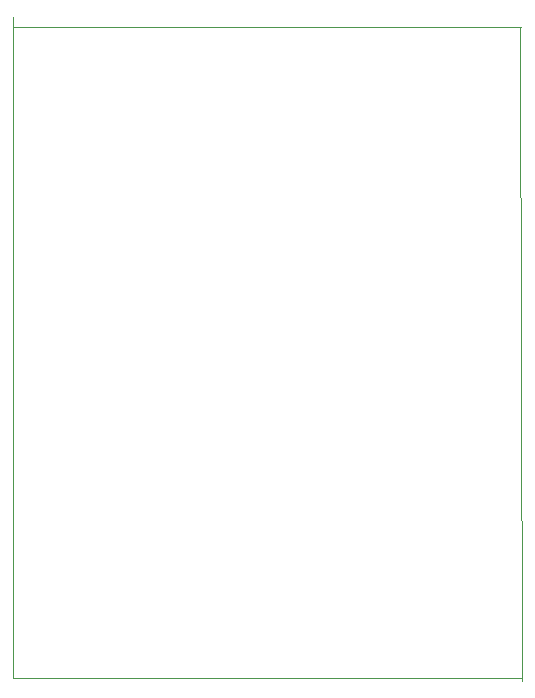
<source format=gbr>
%TF.GenerationSoftware,KiCad,Pcbnew,(5.1.0)-1*%
%TF.CreationDate,2021-11-19T17:00:51+02:00*%
%TF.ProjectId,25-station-led-alarm,32352d73-7461-4746-996f-6e2d6c65642d,rev?*%
%TF.SameCoordinates,Original*%
%TF.FileFunction,Profile,NP*%
%FSLAX46Y46*%
G04 Gerber Fmt 4.6, Leading zero omitted, Abs format (unit mm)*
G04 Created by KiCad (PCBNEW (5.1.0)-1) date 2021-11-19 17:00:51*
%MOMM*%
%LPD*%
G04 APERTURE LIST*
%ADD10C,0.050000*%
G04 APERTURE END LIST*
D10*
X100685600Y-156265880D02*
X100492560Y-101569520D01*
X99999800Y-156014420D02*
X100683060Y-156009340D01*
X100487480Y-100858320D02*
X100484940Y-100863400D01*
X100484940Y-101574600D02*
X100487480Y-100858320D01*
X57584340Y-100017580D02*
X57584340Y-156017580D01*
X100576720Y-100860860D02*
X57576720Y-100860860D01*
X57584340Y-156000000D02*
X100000000Y-156017580D01*
M02*

</source>
